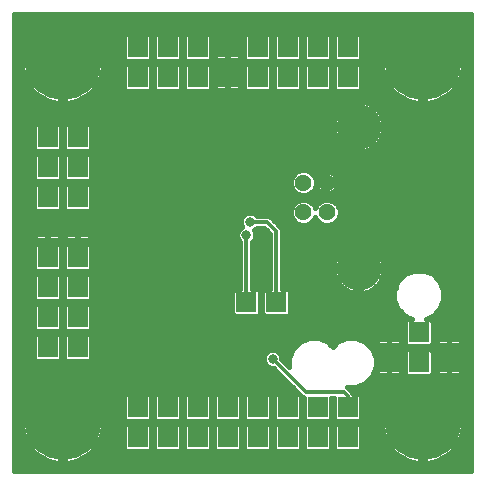
<source format=gbr>
G75*
G70*
%OFA0B0*%
%FSLAX24Y24*%
%IPPOS*%
%LPD*%
%AMOC8*
5,1,8,0,0,1.08239X$1,22.5*
%
%ADD10C,0.2540*%
%ADD11C,0.0562*%
%ADD12C,0.1500*%
%ADD13R,0.0650X0.0650*%
%ADD14C,0.0160*%
%ADD15C,0.0357*%
%ADD16C,0.0317*%
%ADD17C,0.0120*%
D10*
X002305Y004268D03*
X014305Y004268D03*
X014305Y016268D03*
X002305Y016268D03*
D11*
X010330Y012260D03*
X011117Y012260D03*
X011117Y011276D03*
X010330Y011276D03*
D12*
X012180Y009406D03*
X012180Y014131D03*
D13*
X011805Y015768D03*
X010805Y015768D03*
X009805Y015768D03*
X008805Y015768D03*
X007805Y015768D03*
X006805Y015768D03*
X005805Y015768D03*
X004805Y015768D03*
X004805Y016768D03*
X005805Y016768D03*
X006805Y016768D03*
X007805Y016768D03*
X008805Y016768D03*
X009805Y016768D03*
X010805Y016768D03*
X011805Y016768D03*
X009430Y008268D03*
X008430Y008268D03*
X008805Y004768D03*
X008805Y003768D03*
X009805Y003768D03*
X010805Y003768D03*
X010805Y004768D03*
X009805Y004768D03*
X007805Y004768D03*
X007805Y003768D03*
X006805Y003768D03*
X005805Y003768D03*
X005805Y004768D03*
X006805Y004768D03*
X004805Y004768D03*
X004805Y003768D03*
X002805Y006768D03*
X002805Y007768D03*
X001805Y007768D03*
X001805Y006768D03*
X001805Y008768D03*
X001805Y009768D03*
X001805Y010768D03*
X002805Y010768D03*
X002805Y009768D03*
X002805Y008768D03*
X002805Y011768D03*
X002805Y012768D03*
X001805Y012768D03*
X001805Y011768D03*
X001805Y013768D03*
X002805Y013768D03*
X011805Y004768D03*
X011805Y003768D03*
X013180Y006268D03*
X014180Y006268D03*
X015180Y006268D03*
X015180Y007268D03*
X014180Y007268D03*
X013180Y007268D03*
D14*
X000686Y002649D02*
X000686Y017888D01*
X015924Y017888D01*
X015924Y002649D01*
X000686Y002649D01*
X000686Y002744D02*
X015924Y002744D01*
X015924Y002902D02*
X000686Y002902D01*
X000686Y003061D02*
X001700Y003061D01*
X001727Y003046D02*
X001850Y002996D01*
X001977Y002957D01*
X002107Y002931D01*
X002225Y002920D01*
X002225Y004188D01*
X002385Y004188D01*
X002385Y002920D01*
X002503Y002931D01*
X002633Y002957D01*
X002760Y002996D01*
X002883Y003046D01*
X003000Y003109D01*
X003110Y003183D01*
X003213Y003267D01*
X003306Y003361D01*
X003391Y003463D01*
X003464Y003573D01*
X003527Y003690D01*
X003578Y003813D01*
X003616Y003940D01*
X003642Y004070D01*
X003654Y004188D01*
X002385Y004188D01*
X002385Y004348D01*
X003654Y004348D01*
X003642Y004467D01*
X003616Y004597D01*
X003578Y004724D01*
X003527Y004846D01*
X003464Y004963D01*
X003391Y005073D01*
X003306Y005176D01*
X003213Y005270D01*
X003110Y005354D01*
X003000Y005428D01*
X002883Y005490D01*
X002760Y005541D01*
X002633Y005579D01*
X002503Y005605D01*
X002385Y005617D01*
X002385Y004348D01*
X002225Y004348D01*
X002225Y004188D01*
X000956Y004188D01*
X000968Y004070D01*
X000994Y003940D01*
X001032Y003813D01*
X001083Y003690D01*
X001146Y003573D01*
X001219Y003463D01*
X001304Y003361D01*
X001397Y003267D01*
X001500Y003183D01*
X001610Y003109D01*
X001727Y003046D01*
X001455Y003219D02*
X000686Y003219D01*
X000686Y003378D02*
X001289Y003378D01*
X001170Y003536D02*
X000686Y003536D01*
X000686Y003695D02*
X001081Y003695D01*
X001020Y003853D02*
X000686Y003853D01*
X000686Y004012D02*
X000980Y004012D01*
X000958Y004170D02*
X000686Y004170D01*
X000686Y004329D02*
X002225Y004329D01*
X002225Y004348D02*
X000956Y004348D01*
X000968Y004467D01*
X000994Y004597D01*
X001032Y004724D01*
X001083Y004846D01*
X001146Y004963D01*
X001219Y005073D01*
X001304Y005176D01*
X001397Y005270D01*
X001500Y005354D01*
X001610Y005428D01*
X001727Y005490D01*
X001850Y005541D01*
X001977Y005579D01*
X002107Y005605D01*
X002225Y005617D01*
X002225Y004348D01*
X002225Y004487D02*
X002385Y004487D01*
X002385Y004329D02*
X004397Y004329D01*
X004422Y004303D02*
X005188Y004303D01*
X005270Y004385D01*
X005270Y005151D01*
X005188Y005233D01*
X004422Y005233D01*
X004340Y005151D01*
X004340Y004385D01*
X004422Y004303D01*
X004422Y004233D02*
X004340Y004151D01*
X004340Y003385D01*
X004422Y003303D01*
X005188Y003303D01*
X005270Y003385D01*
X005270Y004151D01*
X005188Y004233D01*
X004422Y004233D01*
X004359Y004170D02*
X003652Y004170D01*
X003630Y004012D02*
X004340Y004012D01*
X004340Y003853D02*
X003590Y003853D01*
X003529Y003695D02*
X004340Y003695D01*
X004340Y003536D02*
X003440Y003536D01*
X003321Y003378D02*
X004348Y003378D01*
X005262Y003378D02*
X005348Y003378D01*
X005340Y003385D02*
X005422Y003303D01*
X006188Y003303D01*
X006270Y003385D01*
X006270Y004151D01*
X006188Y004233D01*
X005422Y004233D01*
X005340Y004151D01*
X005340Y003385D01*
X005340Y003536D02*
X005270Y003536D01*
X005270Y003695D02*
X005340Y003695D01*
X005340Y003853D02*
X005270Y003853D01*
X005270Y004012D02*
X005340Y004012D01*
X005359Y004170D02*
X005251Y004170D01*
X005213Y004329D02*
X005397Y004329D01*
X005422Y004303D02*
X006188Y004303D01*
X006270Y004385D01*
X006270Y005151D01*
X006188Y005233D01*
X005422Y005233D01*
X005340Y005151D01*
X005340Y004385D01*
X005422Y004303D01*
X005340Y004487D02*
X005270Y004487D01*
X005270Y004646D02*
X005340Y004646D01*
X005340Y004804D02*
X005270Y004804D01*
X005270Y004963D02*
X005340Y004963D01*
X005340Y005121D02*
X005270Y005121D01*
X004340Y005121D02*
X003351Y005121D01*
X003465Y004963D02*
X004340Y004963D01*
X004340Y004804D02*
X003544Y004804D01*
X003601Y004646D02*
X004340Y004646D01*
X004340Y004487D02*
X003638Y004487D01*
X003200Y005280D02*
X010136Y005280D01*
X010182Y005233D02*
X009422Y005233D01*
X009340Y005151D01*
X009340Y004385D01*
X009422Y004303D01*
X010188Y004303D01*
X010270Y004385D01*
X010270Y005145D01*
X010340Y005075D01*
X010340Y004385D01*
X010422Y004303D01*
X011188Y004303D01*
X011270Y004385D01*
X011270Y005068D01*
X011340Y005068D01*
X011340Y004385D01*
X011422Y004303D01*
X012188Y004303D01*
X012270Y004385D01*
X012270Y005151D01*
X012188Y005233D01*
X011998Y005233D01*
X011888Y005343D01*
X011888Y005343D01*
X011774Y005457D01*
X012091Y005457D01*
X012390Y005580D01*
X012618Y005809D01*
X012741Y006107D01*
X012741Y006430D01*
X012618Y006728D01*
X012390Y006956D01*
X012091Y007080D01*
X011769Y007080D01*
X011470Y006956D01*
X011305Y006791D01*
X011140Y006956D01*
X010841Y007080D01*
X010519Y007080D01*
X010220Y006956D01*
X009992Y006728D01*
X009869Y006430D01*
X009869Y006113D01*
X009604Y006377D01*
X009604Y006453D01*
X009558Y006563D01*
X009474Y006647D01*
X009364Y006692D01*
X009246Y006692D01*
X009136Y006647D01*
X009052Y006563D01*
X009006Y006453D01*
X009006Y006334D01*
X009052Y006224D01*
X009136Y006140D01*
X009246Y006095D01*
X009321Y006095D01*
X010182Y005233D01*
X010270Y005121D02*
X010294Y005121D01*
X010270Y004963D02*
X010340Y004963D01*
X010340Y004804D02*
X010270Y004804D01*
X010270Y004646D02*
X010340Y004646D01*
X010340Y004487D02*
X010270Y004487D01*
X010213Y004329D02*
X010397Y004329D01*
X010422Y004233D02*
X010340Y004151D01*
X010340Y003385D01*
X010422Y003303D01*
X011188Y003303D01*
X011270Y003385D01*
X011270Y004151D01*
X011188Y004233D01*
X010422Y004233D01*
X010359Y004170D02*
X010251Y004170D01*
X010270Y004151D02*
X010188Y004233D01*
X009422Y004233D01*
X009340Y004151D01*
X009340Y003385D01*
X009422Y003303D01*
X010188Y003303D01*
X010270Y003385D01*
X010270Y004151D01*
X010270Y004012D02*
X010340Y004012D01*
X010340Y003853D02*
X010270Y003853D01*
X010270Y003695D02*
X010340Y003695D01*
X010340Y003536D02*
X010270Y003536D01*
X010262Y003378D02*
X010348Y003378D01*
X011262Y003378D02*
X011348Y003378D01*
X011340Y003385D02*
X011422Y003303D01*
X012188Y003303D01*
X012270Y003385D01*
X012270Y004151D01*
X012188Y004233D01*
X011422Y004233D01*
X011340Y004151D01*
X011340Y003385D01*
X011340Y003536D02*
X011270Y003536D01*
X011270Y003695D02*
X011340Y003695D01*
X011340Y003853D02*
X011270Y003853D01*
X011270Y004012D02*
X011340Y004012D01*
X011359Y004170D02*
X011251Y004170D01*
X011213Y004329D02*
X011397Y004329D01*
X011340Y004487D02*
X011270Y004487D01*
X011270Y004646D02*
X011340Y004646D01*
X011340Y004804D02*
X011270Y004804D01*
X011270Y004963D02*
X011340Y004963D01*
X011793Y005438D02*
X013630Y005438D01*
X013610Y005428D02*
X013500Y005354D01*
X013397Y005270D01*
X013304Y005176D01*
X013219Y005073D01*
X013146Y004963D01*
X013083Y004846D01*
X013032Y004724D01*
X012994Y004597D01*
X012968Y004467D01*
X012956Y004348D01*
X014225Y004348D01*
X014225Y004188D01*
X014385Y004188D01*
X014385Y002920D01*
X014503Y002931D01*
X014633Y002957D01*
X014760Y002996D01*
X014883Y003046D01*
X015000Y003109D01*
X015110Y003183D01*
X015213Y003267D01*
X015306Y003361D01*
X015391Y003463D01*
X015464Y003573D01*
X015527Y003690D01*
X015578Y003813D01*
X015616Y003940D01*
X015642Y004070D01*
X015654Y004188D01*
X014385Y004188D01*
X014385Y004348D01*
X015654Y004348D01*
X015642Y004467D01*
X015616Y004597D01*
X015578Y004724D01*
X015527Y004846D01*
X015464Y004963D01*
X015391Y005073D01*
X015306Y005176D01*
X015213Y005270D01*
X015110Y005354D01*
X015000Y005428D01*
X014883Y005490D01*
X014760Y005541D01*
X014633Y005579D01*
X014503Y005605D01*
X014385Y005617D01*
X014385Y004348D01*
X014225Y004348D01*
X014225Y005617D01*
X014107Y005605D01*
X013977Y005579D01*
X013850Y005541D01*
X013727Y005490D01*
X013610Y005428D01*
X013410Y005280D02*
X011951Y005280D01*
X012270Y005121D02*
X013259Y005121D01*
X013145Y004963D02*
X012270Y004963D01*
X012270Y004804D02*
X013066Y004804D01*
X013009Y004646D02*
X012270Y004646D01*
X012270Y004487D02*
X012972Y004487D01*
X012956Y004188D02*
X012968Y004070D01*
X012994Y003940D01*
X013032Y003813D01*
X013083Y003690D01*
X013146Y003573D01*
X013219Y003463D01*
X013304Y003361D01*
X013397Y003267D01*
X013500Y003183D01*
X013610Y003109D01*
X013727Y003046D01*
X013850Y002996D01*
X013977Y002957D01*
X014107Y002931D01*
X014225Y002920D01*
X014225Y004188D01*
X012956Y004188D01*
X012958Y004170D02*
X012251Y004170D01*
X012270Y004012D02*
X012980Y004012D01*
X013020Y003853D02*
X012270Y003853D01*
X012270Y003695D02*
X013081Y003695D01*
X013170Y003536D02*
X012270Y003536D01*
X012262Y003378D02*
X013289Y003378D01*
X013455Y003219D02*
X003155Y003219D01*
X002910Y003061D02*
X013700Y003061D01*
X014225Y003061D02*
X014385Y003061D01*
X014385Y003219D02*
X014225Y003219D01*
X014225Y003378D02*
X014385Y003378D01*
X014385Y003536D02*
X014225Y003536D01*
X014225Y003695D02*
X014385Y003695D01*
X014385Y003853D02*
X014225Y003853D01*
X014225Y004012D02*
X014385Y004012D01*
X014385Y004170D02*
X014225Y004170D01*
X014225Y004329D02*
X012213Y004329D01*
X012406Y005597D02*
X014064Y005597D01*
X014225Y005597D02*
X014385Y005597D01*
X014385Y005438D02*
X014225Y005438D01*
X014225Y005280D02*
X014385Y005280D01*
X014385Y005121D02*
X014225Y005121D01*
X014225Y004963D02*
X014385Y004963D01*
X014385Y004804D02*
X014225Y004804D01*
X014225Y004646D02*
X014385Y004646D01*
X014385Y004487D02*
X014225Y004487D01*
X014385Y004329D02*
X015924Y004329D01*
X015924Y004487D02*
X015638Y004487D01*
X015601Y004646D02*
X015924Y004646D01*
X015924Y004804D02*
X015544Y004804D01*
X015465Y004963D02*
X015924Y004963D01*
X015924Y005121D02*
X015351Y005121D01*
X015200Y005280D02*
X015924Y005280D01*
X015924Y005438D02*
X014980Y005438D01*
X014839Y005863D02*
X015172Y005863D01*
X015172Y006261D01*
X014775Y006261D01*
X014775Y005927D01*
X014787Y005898D01*
X014810Y005875D01*
X014839Y005863D01*
X014781Y005914D02*
X014645Y005914D01*
X014645Y005885D02*
X014645Y006651D01*
X014563Y006733D01*
X013797Y006733D01*
X013715Y006651D01*
X013715Y005885D01*
X013797Y005803D01*
X014563Y005803D01*
X014645Y005885D01*
X014645Y006072D02*
X014775Y006072D01*
X014775Y006231D02*
X014645Y006231D01*
X014775Y006276D02*
X015172Y006276D01*
X015172Y006261D01*
X015188Y006261D01*
X015188Y006276D01*
X015585Y006276D01*
X015585Y006609D01*
X015573Y006639D01*
X015550Y006661D01*
X015521Y006673D01*
X015188Y006673D01*
X015188Y006276D01*
X015172Y006276D01*
X015172Y006673D01*
X014839Y006673D01*
X014810Y006661D01*
X014787Y006639D01*
X014775Y006609D01*
X014775Y006276D01*
X014775Y006389D02*
X014645Y006389D01*
X014645Y006548D02*
X014775Y006548D01*
X014590Y006706D02*
X015924Y006706D01*
X015924Y006548D02*
X015585Y006548D01*
X015585Y006389D02*
X015924Y006389D01*
X015924Y006231D02*
X015585Y006231D01*
X015585Y006261D02*
X015188Y006261D01*
X015188Y005863D01*
X015521Y005863D01*
X015550Y005875D01*
X015573Y005898D01*
X015585Y005927D01*
X015585Y006261D01*
X015585Y006072D02*
X015924Y006072D01*
X015924Y005914D02*
X015579Y005914D01*
X015924Y005755D02*
X012565Y005755D01*
X012662Y005914D02*
X012781Y005914D01*
X012775Y005927D02*
X012787Y005898D01*
X012810Y005875D01*
X012839Y005863D01*
X013172Y005863D01*
X013172Y006261D01*
X012775Y006261D01*
X012775Y005927D01*
X012775Y006072D02*
X012727Y006072D01*
X012741Y006231D02*
X012775Y006231D01*
X012775Y006276D02*
X013172Y006276D01*
X013172Y006261D01*
X013188Y006261D01*
X013188Y006276D01*
X013585Y006276D01*
X013585Y006609D01*
X013573Y006639D01*
X013550Y006661D01*
X013521Y006673D01*
X013188Y006673D01*
X013188Y006276D01*
X013172Y006276D01*
X013172Y006673D01*
X012839Y006673D01*
X012810Y006661D01*
X012787Y006639D01*
X012775Y006609D01*
X012775Y006276D01*
X012775Y006389D02*
X012741Y006389D01*
X012775Y006548D02*
X012693Y006548D01*
X012627Y006706D02*
X013770Y006706D01*
X013797Y006803D02*
X014563Y006803D01*
X014645Y006885D01*
X014645Y007651D01*
X014563Y007733D01*
X014405Y007733D01*
X014640Y007830D01*
X014868Y008059D01*
X014991Y008357D01*
X014991Y008680D01*
X014868Y008978D01*
X014640Y009206D01*
X014341Y009330D01*
X014019Y009330D01*
X013720Y009206D01*
X013492Y008978D01*
X013369Y008680D01*
X013369Y008357D01*
X013492Y008059D01*
X013720Y007830D01*
X013955Y007733D01*
X013797Y007733D01*
X013715Y007651D01*
X013715Y006885D01*
X013797Y006803D01*
X013736Y006865D02*
X013525Y006865D01*
X013521Y006863D02*
X013550Y006875D01*
X013573Y006898D01*
X013585Y006927D01*
X013585Y007261D01*
X013188Y007261D01*
X013188Y007276D01*
X013585Y007276D01*
X013585Y007609D01*
X013573Y007639D01*
X013550Y007661D01*
X013521Y007673D01*
X013188Y007673D01*
X013188Y007276D01*
X013172Y007276D01*
X013172Y007261D01*
X012775Y007261D01*
X012775Y006927D01*
X012787Y006898D01*
X012810Y006875D01*
X012839Y006863D01*
X013172Y006863D01*
X013172Y007261D01*
X013188Y007261D01*
X013188Y006863D01*
X013521Y006863D01*
X013585Y007023D02*
X013715Y007023D01*
X013715Y007182D02*
X013585Y007182D01*
X013585Y007340D02*
X013715Y007340D01*
X013715Y007499D02*
X013585Y007499D01*
X013554Y007657D02*
X013721Y007657D01*
X013755Y007816D02*
X009825Y007816D01*
X009813Y007803D02*
X009895Y007885D01*
X009895Y008651D01*
X009813Y008733D01*
X009630Y008733D01*
X009630Y010726D01*
X009317Y011039D01*
X009200Y011156D01*
X008777Y011156D01*
X008724Y011209D01*
X008614Y011255D01*
X008496Y011255D01*
X008386Y011209D01*
X008302Y011125D01*
X008256Y011015D01*
X008256Y010896D01*
X008301Y010788D01*
X008261Y010772D01*
X008177Y010688D01*
X008131Y010578D01*
X008131Y010459D01*
X008177Y010349D01*
X008230Y010296D01*
X008230Y008733D01*
X008047Y008733D01*
X007965Y008651D01*
X007965Y007885D01*
X008047Y007803D01*
X008813Y007803D01*
X008895Y007885D01*
X008895Y008651D01*
X008813Y008733D01*
X008630Y008733D01*
X008630Y010296D01*
X008683Y010349D01*
X008729Y010459D01*
X008729Y010578D01*
X008684Y010686D01*
X008724Y010703D01*
X008777Y010756D01*
X009035Y010756D01*
X009230Y010560D01*
X009230Y008733D01*
X009047Y008733D01*
X008965Y008651D01*
X008965Y007885D01*
X009047Y007803D01*
X009813Y007803D01*
X009895Y007974D02*
X013576Y007974D01*
X013461Y008133D02*
X009895Y008133D01*
X009895Y008291D02*
X013396Y008291D01*
X013369Y008450D02*
X009895Y008450D01*
X009895Y008608D02*
X011950Y008608D01*
X011913Y008618D02*
X012018Y008590D01*
X012100Y008579D01*
X012100Y009326D01*
X012260Y009326D01*
X012260Y008579D01*
X012342Y008590D01*
X012447Y008618D01*
X012548Y008660D01*
X012642Y008715D01*
X012728Y008781D01*
X012805Y008858D01*
X012872Y008944D01*
X012926Y009038D01*
X012968Y009139D01*
X012996Y009244D01*
X013007Y009326D01*
X012260Y009326D01*
X012260Y009486D01*
X013007Y009486D01*
X012996Y009568D01*
X012968Y009673D01*
X012926Y009774D01*
X012872Y009868D01*
X012805Y009955D01*
X012728Y010031D01*
X012642Y010098D01*
X012548Y010152D01*
X012447Y010194D01*
X012342Y010222D01*
X012260Y010233D01*
X012260Y009486D01*
X012100Y009486D01*
X012100Y009326D01*
X011353Y009326D01*
X011364Y009244D01*
X011392Y009139D01*
X011434Y009038D01*
X011488Y008944D01*
X011555Y008858D01*
X011632Y008781D01*
X011718Y008715D01*
X011812Y008660D01*
X011913Y008618D01*
X012100Y008608D02*
X012260Y008608D01*
X012409Y008608D02*
X013369Y008608D01*
X013405Y008767D02*
X012710Y008767D01*
X012857Y008925D02*
X013470Y008925D01*
X013598Y009084D02*
X012945Y009084D01*
X012995Y009242D02*
X013807Y009242D01*
X014553Y009242D02*
X015924Y009242D01*
X015924Y009084D02*
X014762Y009084D01*
X014890Y008925D02*
X015924Y008925D01*
X015924Y008767D02*
X014955Y008767D01*
X014991Y008608D02*
X015924Y008608D01*
X015924Y008450D02*
X014991Y008450D01*
X014964Y008291D02*
X015924Y008291D01*
X015924Y008133D02*
X014899Y008133D01*
X014784Y007974D02*
X015924Y007974D01*
X015924Y007816D02*
X014605Y007816D01*
X014639Y007657D02*
X014806Y007657D01*
X014810Y007661D02*
X014787Y007639D01*
X014775Y007609D01*
X014775Y007276D01*
X015172Y007276D01*
X015172Y007261D01*
X014775Y007261D01*
X014775Y006927D01*
X014787Y006898D01*
X014810Y006875D01*
X014839Y006863D01*
X015172Y006863D01*
X015172Y007261D01*
X015188Y007261D01*
X015188Y007276D01*
X015585Y007276D01*
X015585Y007609D01*
X015573Y007639D01*
X015550Y007661D01*
X015521Y007673D01*
X015188Y007673D01*
X015188Y007276D01*
X015172Y007276D01*
X015172Y007673D01*
X014839Y007673D01*
X014810Y007661D01*
X014775Y007499D02*
X014645Y007499D01*
X014645Y007340D02*
X014775Y007340D01*
X014775Y007182D02*
X014645Y007182D01*
X014645Y007023D02*
X014775Y007023D01*
X014835Y006865D02*
X014624Y006865D01*
X015172Y006865D02*
X015188Y006865D01*
X015188Y006863D02*
X015521Y006863D01*
X015550Y006875D01*
X015573Y006898D01*
X015585Y006927D01*
X015585Y007261D01*
X015188Y007261D01*
X015188Y006863D01*
X015172Y007023D02*
X015188Y007023D01*
X015172Y007182D02*
X015188Y007182D01*
X015172Y007340D02*
X015188Y007340D01*
X015172Y007499D02*
X015188Y007499D01*
X015172Y007657D02*
X015188Y007657D01*
X015554Y007657D02*
X015924Y007657D01*
X015924Y007499D02*
X015585Y007499D01*
X015585Y007340D02*
X015924Y007340D01*
X015924Y007182D02*
X015585Y007182D01*
X015585Y007023D02*
X015924Y007023D01*
X015924Y006865D02*
X015525Y006865D01*
X015188Y006548D02*
X015172Y006548D01*
X015172Y006389D02*
X015188Y006389D01*
X015172Y006231D02*
X015188Y006231D01*
X015172Y006072D02*
X015188Y006072D01*
X015172Y005914D02*
X015188Y005914D01*
X014546Y005597D02*
X015924Y005597D01*
X015924Y004170D02*
X015652Y004170D01*
X015630Y004012D02*
X015924Y004012D01*
X015924Y003853D02*
X015590Y003853D01*
X015529Y003695D02*
X015924Y003695D01*
X015924Y003536D02*
X015440Y003536D01*
X015321Y003378D02*
X015924Y003378D01*
X015924Y003219D02*
X015155Y003219D01*
X014910Y003061D02*
X015924Y003061D01*
X013715Y005914D02*
X013579Y005914D01*
X013585Y005927D02*
X013585Y006261D01*
X013188Y006261D01*
X013188Y005863D01*
X013521Y005863D01*
X013550Y005875D01*
X013573Y005898D01*
X013585Y005927D01*
X013585Y006072D02*
X013715Y006072D01*
X013715Y006231D02*
X013585Y006231D01*
X013585Y006389D02*
X013715Y006389D01*
X013715Y006548D02*
X013585Y006548D01*
X013188Y006548D02*
X013172Y006548D01*
X013172Y006389D02*
X013188Y006389D01*
X013172Y006231D02*
X013188Y006231D01*
X013172Y006072D02*
X013188Y006072D01*
X013172Y005914D02*
X013188Y005914D01*
X013172Y006865D02*
X013188Y006865D01*
X013172Y007023D02*
X013188Y007023D01*
X013172Y007182D02*
X013188Y007182D01*
X013172Y007276D02*
X012775Y007276D01*
X012775Y007609D01*
X012787Y007639D01*
X012810Y007661D01*
X012839Y007673D01*
X013172Y007673D01*
X013172Y007276D01*
X013172Y007340D02*
X013188Y007340D01*
X013172Y007499D02*
X013188Y007499D01*
X013172Y007657D02*
X013188Y007657D01*
X012806Y007657D02*
X003270Y007657D01*
X003270Y007499D02*
X012775Y007499D01*
X012775Y007340D02*
X003225Y007340D01*
X003188Y007303D02*
X003270Y007385D01*
X003270Y008151D01*
X003188Y008233D01*
X002422Y008233D01*
X002340Y008151D01*
X002340Y007385D01*
X002422Y007303D01*
X003188Y007303D01*
X003188Y007233D02*
X002422Y007233D01*
X002340Y007151D01*
X002340Y006385D01*
X002422Y006303D01*
X003188Y006303D01*
X003270Y006385D01*
X003270Y007151D01*
X003188Y007233D01*
X003239Y007182D02*
X012775Y007182D01*
X012775Y007023D02*
X012228Y007023D01*
X012481Y006865D02*
X012835Y006865D01*
X011632Y007023D02*
X010978Y007023D01*
X011231Y006865D02*
X011379Y006865D01*
X010382Y007023D02*
X003270Y007023D01*
X003270Y006865D02*
X010129Y006865D01*
X009983Y006706D02*
X003270Y006706D01*
X003270Y006548D02*
X009046Y006548D01*
X009006Y006389D02*
X003270Y006389D01*
X002546Y005597D02*
X009819Y005597D01*
X009977Y005438D02*
X002980Y005438D01*
X002385Y005438D02*
X002225Y005438D01*
X002225Y005280D02*
X002385Y005280D01*
X002385Y005121D02*
X002225Y005121D01*
X002225Y004963D02*
X002385Y004963D01*
X002385Y004804D02*
X002225Y004804D01*
X002225Y004646D02*
X002385Y004646D01*
X002385Y004170D02*
X002225Y004170D01*
X002225Y004012D02*
X002385Y004012D01*
X002385Y003853D02*
X002225Y003853D01*
X002225Y003695D02*
X002385Y003695D01*
X002385Y003536D02*
X002225Y003536D01*
X002225Y003378D02*
X002385Y003378D01*
X002385Y003219D02*
X002225Y003219D01*
X002225Y003061D02*
X002385Y003061D01*
X000972Y004487D02*
X000686Y004487D01*
X000686Y004646D02*
X001009Y004646D01*
X001066Y004804D02*
X000686Y004804D01*
X000686Y004963D02*
X001145Y004963D01*
X001259Y005121D02*
X000686Y005121D01*
X000686Y005280D02*
X001410Y005280D01*
X001630Y005438D02*
X000686Y005438D01*
X000686Y005597D02*
X002064Y005597D01*
X002225Y005597D02*
X002385Y005597D01*
X002188Y006303D02*
X002270Y006385D01*
X002270Y007151D01*
X002188Y007233D01*
X001422Y007233D01*
X001340Y007151D01*
X001340Y006385D01*
X001422Y006303D01*
X002188Y006303D01*
X002270Y006389D02*
X002340Y006389D01*
X002340Y006548D02*
X002270Y006548D01*
X002270Y006706D02*
X002340Y006706D01*
X002340Y006865D02*
X002270Y006865D01*
X002270Y007023D02*
X002340Y007023D01*
X002371Y007182D02*
X002239Y007182D01*
X002188Y007303D02*
X002270Y007385D01*
X002270Y008151D01*
X002188Y008233D01*
X001422Y008233D01*
X001340Y008151D01*
X001340Y007385D01*
X001422Y007303D01*
X002188Y007303D01*
X002225Y007340D02*
X002385Y007340D01*
X002340Y007499D02*
X002270Y007499D01*
X002270Y007657D02*
X002340Y007657D01*
X002340Y007816D02*
X002270Y007816D01*
X002270Y007974D02*
X002340Y007974D01*
X002340Y008133D02*
X002270Y008133D01*
X002188Y008303D02*
X002270Y008385D01*
X002270Y009151D01*
X002188Y009233D01*
X001422Y009233D01*
X001340Y009151D01*
X001340Y008385D01*
X001422Y008303D01*
X002188Y008303D01*
X002270Y008450D02*
X002340Y008450D01*
X002340Y008385D02*
X002422Y008303D01*
X003188Y008303D01*
X003270Y008385D01*
X003270Y009151D01*
X003188Y009233D01*
X002422Y009233D01*
X002340Y009151D01*
X002340Y008385D01*
X002340Y008608D02*
X002270Y008608D01*
X002270Y008767D02*
X002340Y008767D01*
X002340Y008925D02*
X002270Y008925D01*
X002270Y009084D02*
X002340Y009084D01*
X002422Y009303D02*
X002340Y009385D01*
X002340Y010151D01*
X002422Y010233D01*
X003188Y010233D01*
X003270Y010151D01*
X003270Y009385D01*
X003188Y009303D01*
X002422Y009303D01*
X002340Y009401D02*
X002270Y009401D01*
X002270Y009385D02*
X002270Y010151D01*
X002188Y010233D01*
X001422Y010233D01*
X001340Y010151D01*
X001340Y009385D01*
X001422Y009303D01*
X002188Y009303D01*
X002270Y009385D01*
X002270Y009559D02*
X002340Y009559D01*
X002340Y009718D02*
X002270Y009718D01*
X002270Y009876D02*
X002340Y009876D01*
X002340Y010035D02*
X002270Y010035D01*
X002228Y010193D02*
X002382Y010193D01*
X002464Y010363D02*
X002797Y010363D01*
X002797Y010761D01*
X002400Y010761D01*
X002400Y010427D01*
X002412Y010398D01*
X002435Y010375D01*
X002464Y010363D01*
X002400Y010510D02*
X002210Y010510D01*
X002210Y010427D02*
X002210Y010761D01*
X001813Y010761D01*
X001813Y010776D01*
X002210Y010776D01*
X002210Y011109D01*
X002198Y011139D01*
X002175Y011161D01*
X002146Y011173D01*
X001813Y011173D01*
X001813Y010776D01*
X001797Y010776D01*
X001797Y010761D01*
X001400Y010761D01*
X001400Y010427D01*
X001412Y010398D01*
X001435Y010375D01*
X001464Y010363D01*
X001797Y010363D01*
X001797Y010761D01*
X001813Y010761D01*
X001813Y010363D01*
X002146Y010363D01*
X002175Y010375D01*
X002198Y010398D01*
X002210Y010427D01*
X002210Y010669D02*
X002400Y010669D01*
X002400Y010776D02*
X002797Y010776D01*
X002797Y010761D01*
X002813Y010761D01*
X002813Y010776D01*
X003210Y010776D01*
X003210Y011109D01*
X003198Y011139D01*
X003175Y011161D01*
X003146Y011173D01*
X002813Y011173D01*
X002813Y010776D01*
X002797Y010776D01*
X002797Y011173D01*
X002464Y011173D01*
X002435Y011161D01*
X002412Y011139D01*
X002400Y011109D01*
X002400Y010776D01*
X002400Y010827D02*
X002210Y010827D01*
X002210Y010986D02*
X002400Y010986D01*
X002418Y011144D02*
X002192Y011144D01*
X002188Y011303D02*
X002270Y011385D01*
X002270Y012151D01*
X002188Y012233D01*
X001422Y012233D01*
X001340Y012151D01*
X001340Y011385D01*
X001422Y011303D01*
X002188Y011303D01*
X002340Y011385D02*
X002422Y011303D01*
X003188Y011303D01*
X003270Y011385D01*
X003270Y012151D01*
X003188Y012233D01*
X002422Y012233D01*
X002340Y012151D01*
X002340Y011385D01*
X002340Y011461D02*
X002270Y011461D01*
X002270Y011620D02*
X002340Y011620D01*
X002340Y011778D02*
X002270Y011778D01*
X002270Y011937D02*
X002340Y011937D01*
X002340Y012095D02*
X002270Y012095D01*
X002188Y012303D02*
X002270Y012385D01*
X002270Y013151D01*
X002188Y013233D01*
X001422Y013233D01*
X001340Y013151D01*
X001340Y012385D01*
X001422Y012303D01*
X002188Y012303D01*
X002270Y012412D02*
X002340Y012412D01*
X002340Y012385D02*
X002422Y012303D01*
X003188Y012303D01*
X003270Y012385D01*
X003270Y013151D01*
X003188Y013233D01*
X002422Y013233D01*
X002340Y013151D01*
X002340Y012385D01*
X002340Y012571D02*
X002270Y012571D01*
X002270Y012729D02*
X002340Y012729D01*
X002340Y012888D02*
X002270Y012888D01*
X002270Y013046D02*
X002340Y013046D01*
X002394Y013205D02*
X002216Y013205D01*
X002188Y013303D02*
X002270Y013385D01*
X002270Y014151D01*
X002188Y014233D01*
X001422Y014233D01*
X001340Y014151D01*
X001340Y013385D01*
X001422Y013303D01*
X002188Y013303D01*
X002248Y013363D02*
X002362Y013363D01*
X002340Y013385D02*
X002422Y013303D01*
X003188Y013303D01*
X003270Y013385D01*
X003270Y014151D01*
X003188Y014233D01*
X002422Y014233D01*
X002340Y014151D01*
X002340Y013385D01*
X002340Y013522D02*
X002270Y013522D01*
X002270Y013680D02*
X002340Y013680D01*
X002340Y013839D02*
X002270Y013839D01*
X002270Y013997D02*
X002340Y013997D01*
X002345Y014156D02*
X002265Y014156D01*
X002225Y014920D02*
X002225Y016188D01*
X002385Y016188D01*
X002385Y014920D01*
X002503Y014931D01*
X002633Y014957D01*
X002760Y014996D01*
X002883Y015046D01*
X003000Y015109D01*
X003110Y015183D01*
X003213Y015267D01*
X003306Y015361D01*
X003391Y015463D01*
X003464Y015573D01*
X003527Y015690D01*
X003578Y015813D01*
X003616Y015940D01*
X003642Y016070D01*
X003654Y016188D01*
X002385Y016188D01*
X002385Y016348D01*
X003654Y016348D01*
X003642Y016467D01*
X003616Y016597D01*
X003578Y016724D01*
X003527Y016846D01*
X003464Y016963D01*
X003391Y017073D01*
X003306Y017176D01*
X003213Y017270D01*
X003110Y017354D01*
X003000Y017428D01*
X002883Y017490D01*
X002760Y017541D01*
X002633Y017579D01*
X002503Y017605D01*
X002385Y017617D01*
X002385Y016348D01*
X002225Y016348D01*
X002225Y016188D01*
X000956Y016188D01*
X000968Y016070D01*
X000994Y015940D01*
X001032Y015813D01*
X001083Y015690D01*
X001146Y015573D01*
X001219Y015463D01*
X001304Y015361D01*
X001397Y015267D01*
X001500Y015183D01*
X001610Y015109D01*
X001727Y015046D01*
X001850Y014996D01*
X001977Y014957D01*
X002107Y014931D01*
X002225Y014920D01*
X002225Y014948D02*
X002385Y014948D01*
X002385Y015107D02*
X002225Y015107D01*
X002225Y015265D02*
X002385Y015265D01*
X002385Y015424D02*
X002225Y015424D01*
X002225Y015582D02*
X002385Y015582D01*
X002385Y015741D02*
X002225Y015741D01*
X002225Y015899D02*
X002385Y015899D01*
X002385Y016058D02*
X002225Y016058D01*
X002225Y016216D02*
X000686Y016216D01*
X000686Y016058D02*
X000970Y016058D01*
X001006Y015899D02*
X000686Y015899D01*
X000686Y015741D02*
X001062Y015741D01*
X001141Y015582D02*
X000686Y015582D01*
X000686Y015424D02*
X001252Y015424D01*
X001399Y015265D02*
X000686Y015265D01*
X000686Y015107D02*
X001614Y015107D01*
X002021Y014948D02*
X000686Y014948D01*
X000686Y014790D02*
X011676Y014790D01*
X011718Y014822D02*
X011632Y014756D01*
X011555Y014679D01*
X011488Y014593D01*
X011434Y014498D01*
X011392Y014398D01*
X011364Y014293D01*
X011353Y014211D01*
X012100Y014211D01*
X012100Y014957D01*
X012018Y014946D01*
X011913Y014918D01*
X011812Y014877D01*
X011718Y014822D01*
X011518Y014631D02*
X000686Y014631D01*
X000686Y014473D02*
X011423Y014473D01*
X011370Y014314D02*
X000686Y014314D01*
X000686Y014156D02*
X001345Y014156D01*
X001340Y013997D02*
X000686Y013997D01*
X000686Y013839D02*
X001340Y013839D01*
X001340Y013680D02*
X000686Y013680D01*
X000686Y013522D02*
X001340Y013522D01*
X001362Y013363D02*
X000686Y013363D01*
X000686Y013205D02*
X001394Y013205D01*
X001340Y013046D02*
X000686Y013046D01*
X000686Y012888D02*
X001340Y012888D01*
X001340Y012729D02*
X000686Y012729D01*
X000686Y012571D02*
X001340Y012571D01*
X001340Y012412D02*
X000686Y012412D01*
X000686Y012254D02*
X009909Y012254D01*
X009909Y012177D02*
X009973Y012022D01*
X010091Y011903D01*
X010246Y011839D01*
X010413Y011839D01*
X010568Y011903D01*
X010687Y012022D01*
X010751Y012177D01*
X010751Y012344D01*
X010687Y012499D01*
X010568Y012617D01*
X010413Y012682D01*
X010246Y012682D01*
X010091Y012617D01*
X009973Y012499D01*
X009909Y012344D01*
X009909Y012177D01*
X009942Y012095D02*
X003270Y012095D01*
X003270Y011937D02*
X010058Y011937D01*
X010246Y011697D02*
X010091Y011633D01*
X009973Y011515D01*
X009909Y011360D01*
X009909Y011192D01*
X009973Y011038D01*
X010091Y010919D01*
X010246Y010855D01*
X010413Y010855D01*
X010568Y010919D01*
X010687Y011038D01*
X010723Y011126D01*
X010760Y011038D01*
X010878Y010919D01*
X011033Y010855D01*
X011201Y010855D01*
X011356Y010919D01*
X011474Y011038D01*
X011538Y011192D01*
X011538Y011360D01*
X011474Y011515D01*
X011356Y011633D01*
X011201Y011697D01*
X011033Y011697D01*
X010878Y011633D01*
X010760Y011515D01*
X010723Y011426D01*
X010687Y011515D01*
X010568Y011633D01*
X010413Y011697D01*
X010246Y011697D01*
X010078Y011620D02*
X003270Y011620D01*
X003270Y011778D02*
X015924Y011778D01*
X015924Y011620D02*
X011369Y011620D01*
X011496Y011461D02*
X015924Y011461D01*
X015924Y011303D02*
X011538Y011303D01*
X011518Y011144D02*
X015924Y011144D01*
X015924Y010986D02*
X011422Y010986D01*
X010865Y011620D02*
X010581Y011620D01*
X010709Y011461D02*
X010738Y011461D01*
X010812Y010986D02*
X010635Y010986D01*
X010024Y010986D02*
X009370Y010986D01*
X009212Y011144D02*
X009928Y011144D01*
X009909Y011303D02*
X000686Y011303D01*
X000686Y011461D02*
X001340Y011461D01*
X001340Y011620D02*
X000686Y011620D01*
X000686Y011778D02*
X001340Y011778D01*
X001340Y011937D02*
X000686Y011937D01*
X000686Y012095D02*
X001340Y012095D01*
X001464Y011173D02*
X001435Y011161D01*
X001412Y011139D01*
X001400Y011109D01*
X001400Y010776D01*
X001797Y010776D01*
X001797Y011173D01*
X001464Y011173D01*
X001418Y011144D02*
X000686Y011144D01*
X000686Y010986D02*
X001400Y010986D01*
X001400Y010827D02*
X000686Y010827D01*
X000686Y010669D02*
X001400Y010669D01*
X001400Y010510D02*
X000686Y010510D01*
X000686Y010352D02*
X008176Y010352D01*
X008131Y010510D02*
X003210Y010510D01*
X003210Y010427D02*
X003210Y010761D01*
X002813Y010761D01*
X002813Y010363D01*
X003146Y010363D01*
X003175Y010375D01*
X003198Y010398D01*
X003210Y010427D01*
X003210Y010669D02*
X008169Y010669D01*
X008285Y010827D02*
X003210Y010827D01*
X003210Y010986D02*
X008256Y010986D01*
X008321Y011144D02*
X003192Y011144D01*
X003270Y011461D02*
X009950Y011461D01*
X009529Y010827D02*
X015924Y010827D01*
X015924Y010669D02*
X009630Y010669D01*
X009630Y010510D02*
X015924Y010510D01*
X015924Y010352D02*
X009630Y010352D01*
X009630Y010193D02*
X011912Y010193D01*
X011913Y010194D02*
X011812Y010152D01*
X011718Y010098D01*
X011632Y010031D01*
X011555Y009955D01*
X011488Y009868D01*
X011434Y009774D01*
X011392Y009673D01*
X011364Y009568D01*
X011353Y009486D01*
X012100Y009486D01*
X012100Y010233D01*
X012018Y010222D01*
X011913Y010194D01*
X012100Y010193D02*
X012260Y010193D01*
X012260Y010035D02*
X012100Y010035D01*
X012100Y009876D02*
X012260Y009876D01*
X012260Y009718D02*
X012100Y009718D01*
X012100Y009559D02*
X012260Y009559D01*
X012260Y009401D02*
X015924Y009401D01*
X015924Y009559D02*
X012997Y009559D01*
X012949Y009718D02*
X015924Y009718D01*
X015924Y009876D02*
X012865Y009876D01*
X012724Y010035D02*
X015924Y010035D01*
X015924Y010193D02*
X012448Y010193D01*
X011636Y010035D02*
X009630Y010035D01*
X009630Y009876D02*
X011495Y009876D01*
X011411Y009718D02*
X009630Y009718D01*
X009630Y009559D02*
X011363Y009559D01*
X011365Y009242D02*
X009630Y009242D01*
X009630Y009084D02*
X011415Y009084D01*
X011503Y008925D02*
X009630Y008925D01*
X009630Y008767D02*
X011650Y008767D01*
X012100Y008767D02*
X012260Y008767D01*
X012260Y008925D02*
X012100Y008925D01*
X012100Y009084D02*
X012260Y009084D01*
X012260Y009242D02*
X012100Y009242D01*
X012100Y009401D02*
X009630Y009401D01*
X009230Y009401D02*
X008630Y009401D01*
X008630Y009559D02*
X009230Y009559D01*
X009230Y009718D02*
X008630Y009718D01*
X008630Y009876D02*
X009230Y009876D01*
X009230Y010035D02*
X008630Y010035D01*
X008630Y010193D02*
X009230Y010193D01*
X009230Y010352D02*
X008684Y010352D01*
X008729Y010510D02*
X009230Y010510D01*
X009122Y010669D02*
X008691Y010669D01*
X008230Y010193D02*
X003228Y010193D01*
X003270Y010035D02*
X008230Y010035D01*
X008230Y009876D02*
X003270Y009876D01*
X003270Y009718D02*
X008230Y009718D01*
X008230Y009559D02*
X003270Y009559D01*
X003270Y009401D02*
X008230Y009401D01*
X008230Y009242D02*
X000686Y009242D01*
X000686Y009084D02*
X001340Y009084D01*
X001340Y008925D02*
X000686Y008925D01*
X000686Y008767D02*
X001340Y008767D01*
X001340Y008608D02*
X000686Y008608D01*
X000686Y008450D02*
X001340Y008450D01*
X001340Y008133D02*
X000686Y008133D01*
X000686Y008291D02*
X007965Y008291D01*
X007965Y008133D02*
X003270Y008133D01*
X003270Y007974D02*
X007965Y007974D01*
X008035Y007816D02*
X003270Y007816D01*
X003270Y008450D02*
X007965Y008450D01*
X007965Y008608D02*
X003270Y008608D01*
X003270Y008767D02*
X008230Y008767D01*
X008230Y008925D02*
X003270Y008925D01*
X003270Y009084D02*
X008230Y009084D01*
X008630Y009084D02*
X009230Y009084D01*
X009230Y009242D02*
X008630Y009242D01*
X008630Y008925D02*
X009230Y008925D01*
X009230Y008767D02*
X008630Y008767D01*
X008895Y008608D02*
X008965Y008608D01*
X008965Y008450D02*
X008895Y008450D01*
X008895Y008291D02*
X008965Y008291D01*
X008965Y008133D02*
X008895Y008133D01*
X008895Y007974D02*
X008965Y007974D01*
X009035Y007816D02*
X008825Y007816D01*
X009564Y006548D02*
X009917Y006548D01*
X009869Y006389D02*
X009604Y006389D01*
X009750Y006231D02*
X009869Y006231D01*
X009502Y005914D02*
X000686Y005914D01*
X000686Y006072D02*
X009343Y006072D01*
X009049Y006231D02*
X000686Y006231D01*
X000686Y006389D02*
X001340Y006389D01*
X001340Y006548D02*
X000686Y006548D01*
X000686Y006706D02*
X001340Y006706D01*
X001340Y006865D02*
X000686Y006865D01*
X000686Y007023D02*
X001340Y007023D01*
X001371Y007182D02*
X000686Y007182D01*
X000686Y007340D02*
X001385Y007340D01*
X001340Y007499D02*
X000686Y007499D01*
X000686Y007657D02*
X001340Y007657D01*
X001340Y007816D02*
X000686Y007816D01*
X000686Y007974D02*
X001340Y007974D01*
X001340Y009401D02*
X000686Y009401D01*
X000686Y009559D02*
X001340Y009559D01*
X001340Y009718D02*
X000686Y009718D01*
X000686Y009876D02*
X001340Y009876D01*
X001340Y010035D02*
X000686Y010035D01*
X000686Y010193D02*
X001382Y010193D01*
X001797Y010510D02*
X001813Y010510D01*
X001797Y010669D02*
X001813Y010669D01*
X001797Y010827D02*
X001813Y010827D01*
X001797Y010986D02*
X001813Y010986D01*
X001797Y011144D02*
X001813Y011144D01*
X002797Y011144D02*
X002813Y011144D01*
X002797Y010986D02*
X002813Y010986D01*
X002797Y010827D02*
X002813Y010827D01*
X002797Y010669D02*
X002813Y010669D01*
X002797Y010510D02*
X002813Y010510D01*
X003270Y012412D02*
X009937Y012412D01*
X010044Y012571D02*
X003270Y012571D01*
X003270Y012729D02*
X015924Y012729D01*
X015924Y012571D02*
X011302Y012571D01*
X011288Y012580D02*
X011222Y012608D01*
X011153Y012622D01*
X011128Y012622D01*
X011128Y012271D01*
X011478Y012271D01*
X011478Y012296D01*
X011464Y012366D01*
X011437Y012431D01*
X011397Y012491D01*
X011347Y012541D01*
X011288Y012580D01*
X011128Y012571D02*
X011106Y012571D01*
X011106Y012622D02*
X011081Y012622D01*
X011012Y012608D01*
X010946Y012580D01*
X010887Y012541D01*
X010837Y012491D01*
X010797Y012431D01*
X010770Y012366D01*
X010756Y012296D01*
X010756Y012271D01*
X011106Y012271D01*
X011106Y012250D01*
X010756Y012250D01*
X010756Y012225D01*
X010770Y012155D01*
X010797Y012089D01*
X010837Y012030D01*
X010887Y011980D01*
X010946Y011940D01*
X011012Y011913D01*
X011081Y011899D01*
X011106Y011899D01*
X011106Y012250D01*
X011128Y012250D01*
X011128Y012271D01*
X011106Y012271D01*
X011106Y012622D01*
X010932Y012571D02*
X010615Y012571D01*
X010722Y012412D02*
X010789Y012412D01*
X010751Y012254D02*
X011106Y012254D01*
X011128Y012254D02*
X015924Y012254D01*
X015924Y012412D02*
X011445Y012412D01*
X011478Y012250D02*
X011128Y012250D01*
X011128Y011899D01*
X011153Y011899D01*
X011222Y011913D01*
X011288Y011940D01*
X011347Y011980D01*
X011397Y012030D01*
X011437Y012089D01*
X011464Y012155D01*
X011478Y012225D01*
X011478Y012250D01*
X011439Y012095D02*
X015924Y012095D01*
X015924Y011937D02*
X011279Y011937D01*
X011128Y011937D02*
X011106Y011937D01*
X010955Y011937D02*
X010602Y011937D01*
X010717Y012095D02*
X010795Y012095D01*
X011106Y012095D02*
X011128Y012095D01*
X011106Y012412D02*
X011128Y012412D01*
X011812Y013385D02*
X011913Y013343D01*
X012018Y013315D01*
X012100Y013304D01*
X012100Y014051D01*
X011353Y014051D01*
X011364Y013968D01*
X011392Y013863D01*
X011434Y013763D01*
X011488Y013668D01*
X011555Y013582D01*
X011632Y013505D01*
X011718Y013439D01*
X011812Y013385D01*
X011863Y013363D02*
X003248Y013363D01*
X003270Y013522D02*
X011615Y013522D01*
X011482Y013680D02*
X003270Y013680D01*
X003270Y013839D02*
X011402Y013839D01*
X011360Y013997D02*
X003270Y013997D01*
X003265Y014156D02*
X012100Y014156D01*
X012100Y014211D02*
X012100Y014051D01*
X012260Y014051D01*
X012260Y014211D01*
X012100Y014211D01*
X012100Y014314D02*
X012260Y014314D01*
X012260Y014211D02*
X012260Y014957D01*
X012342Y014946D01*
X012447Y014918D01*
X012548Y014877D01*
X012642Y014822D01*
X012728Y014756D01*
X012805Y014679D01*
X012872Y014593D01*
X012926Y014498D01*
X012968Y014398D01*
X012996Y014293D01*
X013007Y014211D01*
X012260Y014211D01*
X012260Y014156D02*
X015924Y014156D01*
X015924Y014314D02*
X012990Y014314D01*
X012937Y014473D02*
X015924Y014473D01*
X015924Y014631D02*
X012842Y014631D01*
X012684Y014790D02*
X015924Y014790D01*
X015924Y014948D02*
X014589Y014948D01*
X014633Y014957D02*
X014760Y014996D01*
X014883Y015046D01*
X015000Y015109D01*
X015110Y015183D01*
X015213Y015267D01*
X015306Y015361D01*
X015391Y015463D01*
X015464Y015573D01*
X015527Y015690D01*
X015578Y015813D01*
X015616Y015940D01*
X015642Y016070D01*
X015654Y016188D01*
X014385Y016188D01*
X014385Y014920D01*
X014503Y014931D01*
X014633Y014957D01*
X014385Y014948D02*
X014225Y014948D01*
X014225Y014920D02*
X014225Y016188D01*
X014385Y016188D01*
X014385Y016348D01*
X015654Y016348D01*
X015642Y016467D01*
X015616Y016597D01*
X015578Y016724D01*
X015527Y016846D01*
X015464Y016963D01*
X015391Y017073D01*
X015306Y017176D01*
X015213Y017270D01*
X015110Y017354D01*
X015000Y017428D01*
X014883Y017490D01*
X014760Y017541D01*
X014633Y017579D01*
X014503Y017605D01*
X014385Y017617D01*
X014385Y016348D01*
X014225Y016348D01*
X014225Y016188D01*
X012956Y016188D01*
X012968Y016070D01*
X012994Y015940D01*
X013032Y015813D01*
X013083Y015690D01*
X013146Y015573D01*
X013219Y015463D01*
X013304Y015361D01*
X013397Y015267D01*
X013500Y015183D01*
X013610Y015109D01*
X013727Y015046D01*
X013850Y014996D01*
X013977Y014957D01*
X014107Y014931D01*
X014225Y014920D01*
X014225Y015107D02*
X014385Y015107D01*
X014385Y015265D02*
X014225Y015265D01*
X014225Y015424D02*
X014385Y015424D01*
X014385Y015582D02*
X014225Y015582D01*
X014225Y015741D02*
X014385Y015741D01*
X014385Y015899D02*
X014225Y015899D01*
X014225Y016058D02*
X014385Y016058D01*
X014385Y016216D02*
X015924Y016216D01*
X015924Y016058D02*
X015640Y016058D01*
X015604Y015899D02*
X015924Y015899D01*
X015924Y015741D02*
X015548Y015741D01*
X015469Y015582D02*
X015924Y015582D01*
X015924Y015424D02*
X015358Y015424D01*
X015211Y015265D02*
X015924Y015265D01*
X015924Y015107D02*
X014996Y015107D01*
X014021Y014948D02*
X012327Y014948D01*
X012260Y014948D02*
X012100Y014948D01*
X012033Y014948D02*
X002589Y014948D01*
X002996Y015107D02*
X013614Y015107D01*
X013399Y015265D02*
X003211Y015265D01*
X003358Y015424D02*
X004340Y015424D01*
X004340Y015385D02*
X004422Y015303D01*
X005188Y015303D01*
X005270Y015385D01*
X005270Y016151D01*
X005188Y016233D01*
X004422Y016233D01*
X004340Y016151D01*
X004340Y015385D01*
X004340Y015582D02*
X003469Y015582D01*
X003548Y015741D02*
X004340Y015741D01*
X004340Y015899D02*
X003604Y015899D01*
X003640Y016058D02*
X004340Y016058D01*
X004405Y016216D02*
X002385Y016216D01*
X002385Y016375D02*
X002225Y016375D01*
X002225Y016348D02*
X002225Y017617D01*
X002107Y017605D01*
X001977Y017579D01*
X001850Y017541D01*
X001727Y017490D01*
X001610Y017428D01*
X001500Y017354D01*
X001397Y017270D01*
X001304Y017176D01*
X001219Y017073D01*
X001146Y016963D01*
X001083Y016846D01*
X001032Y016724D01*
X000994Y016597D01*
X000968Y016467D01*
X000956Y016348D01*
X002225Y016348D01*
X002225Y016533D02*
X002385Y016533D01*
X002385Y016692D02*
X002225Y016692D01*
X002225Y016850D02*
X002385Y016850D01*
X002385Y017009D02*
X002225Y017009D01*
X002225Y017167D02*
X002385Y017167D01*
X002385Y017326D02*
X002225Y017326D01*
X002225Y017484D02*
X002385Y017484D01*
X002894Y017484D02*
X013716Y017484D01*
X013727Y017490D02*
X013610Y017428D01*
X013500Y017354D01*
X013397Y017270D01*
X013304Y017176D01*
X013219Y017073D01*
X013146Y016963D01*
X013083Y016846D01*
X013032Y016724D01*
X012994Y016597D01*
X012968Y016467D01*
X012956Y016348D01*
X014225Y016348D01*
X014225Y017617D01*
X014107Y017605D01*
X013977Y017579D01*
X013850Y017541D01*
X013727Y017490D01*
X013466Y017326D02*
X003144Y017326D01*
X003314Y017167D02*
X004356Y017167D01*
X004340Y017151D02*
X004422Y017233D01*
X005188Y017233D01*
X005270Y017151D01*
X005270Y016385D01*
X005188Y016303D01*
X004422Y016303D01*
X004340Y016385D01*
X004340Y017151D01*
X004340Y017009D02*
X003434Y017009D01*
X003525Y016850D02*
X004340Y016850D01*
X004340Y016692D02*
X003587Y016692D01*
X003629Y016533D02*
X004340Y016533D01*
X004350Y016375D02*
X003651Y016375D01*
X005205Y016216D02*
X005405Y016216D01*
X005422Y016233D02*
X005340Y016151D01*
X005340Y015385D01*
X005422Y015303D01*
X006188Y015303D01*
X006270Y015385D01*
X006270Y016151D01*
X006188Y016233D01*
X005422Y016233D01*
X005422Y016303D02*
X006188Y016303D01*
X006270Y016385D01*
X006270Y017151D01*
X006188Y017233D01*
X005422Y017233D01*
X005340Y017151D01*
X005340Y016385D01*
X005422Y016303D01*
X005350Y016375D02*
X005260Y016375D01*
X005270Y016533D02*
X005340Y016533D01*
X005340Y016692D02*
X005270Y016692D01*
X005270Y016850D02*
X005340Y016850D01*
X005340Y017009D02*
X005270Y017009D01*
X005254Y017167D02*
X005356Y017167D01*
X006254Y017167D02*
X006356Y017167D01*
X006340Y017151D02*
X006422Y017233D01*
X007188Y017233D01*
X007270Y017151D01*
X007270Y016385D01*
X007188Y016303D01*
X006422Y016303D01*
X006340Y016385D01*
X006340Y017151D01*
X006340Y017009D02*
X006270Y017009D01*
X006270Y016850D02*
X006340Y016850D01*
X006340Y016692D02*
X006270Y016692D01*
X006270Y016533D02*
X006340Y016533D01*
X006350Y016375D02*
X006260Y016375D01*
X006205Y016216D02*
X006405Y016216D01*
X006422Y016233D02*
X006340Y016151D01*
X006340Y015385D01*
X006422Y015303D01*
X007188Y015303D01*
X007270Y015385D01*
X007270Y016151D01*
X007188Y016233D01*
X006422Y016233D01*
X006340Y016058D02*
X006270Y016058D01*
X006270Y015899D02*
X006340Y015899D01*
X006340Y015741D02*
X006270Y015741D01*
X006270Y015582D02*
X006340Y015582D01*
X006340Y015424D02*
X006270Y015424D01*
X005340Y015424D02*
X005270Y015424D01*
X005270Y015582D02*
X005340Y015582D01*
X005340Y015741D02*
X005270Y015741D01*
X005270Y015899D02*
X005340Y015899D01*
X005340Y016058D02*
X005270Y016058D01*
X007205Y016216D02*
X008405Y016216D01*
X008422Y016233D02*
X008340Y016151D01*
X008340Y015385D01*
X008422Y015303D01*
X009188Y015303D01*
X009270Y015385D01*
X009270Y016151D01*
X009188Y016233D01*
X008422Y016233D01*
X008422Y016303D02*
X009188Y016303D01*
X009270Y016385D01*
X009270Y017151D01*
X009188Y017233D01*
X008422Y017233D01*
X008340Y017151D01*
X008340Y016385D01*
X008422Y016303D01*
X008350Y016375D02*
X008174Y016375D01*
X008175Y016375D02*
X008198Y016398D01*
X008210Y016427D01*
X008210Y016761D01*
X007813Y016761D01*
X007813Y016776D01*
X008210Y016776D01*
X008210Y017109D01*
X008198Y017139D01*
X008175Y017161D01*
X008146Y017173D01*
X007813Y017173D01*
X007813Y016776D01*
X007797Y016776D01*
X007797Y016761D01*
X007400Y016761D01*
X007400Y016427D01*
X007412Y016398D01*
X007435Y016375D01*
X007464Y016363D01*
X007797Y016363D01*
X007797Y016761D01*
X007813Y016761D01*
X007813Y016363D01*
X008146Y016363D01*
X008175Y016375D01*
X008210Y016533D02*
X008340Y016533D01*
X008340Y016692D02*
X008210Y016692D01*
X008210Y016850D02*
X008340Y016850D01*
X008340Y017009D02*
X008210Y017009D01*
X008160Y017167D02*
X008356Y017167D01*
X007813Y017167D02*
X007797Y017167D01*
X007797Y017173D02*
X007464Y017173D01*
X007435Y017161D01*
X007412Y017139D01*
X007400Y017109D01*
X007400Y016776D01*
X007797Y016776D01*
X007797Y017173D01*
X007797Y017009D02*
X007813Y017009D01*
X007797Y016850D02*
X007813Y016850D01*
X007797Y016692D02*
X007813Y016692D01*
X007797Y016533D02*
X007813Y016533D01*
X007797Y016375D02*
X007813Y016375D01*
X007813Y016173D02*
X007813Y015776D01*
X008210Y015776D01*
X008210Y016109D01*
X008198Y016139D01*
X008175Y016161D01*
X008146Y016173D01*
X007813Y016173D01*
X007797Y016173D02*
X007464Y016173D01*
X007435Y016161D01*
X007412Y016139D01*
X007400Y016109D01*
X007400Y015776D01*
X007797Y015776D01*
X007797Y015761D01*
X007400Y015761D01*
X007400Y015427D01*
X007412Y015398D01*
X007435Y015375D01*
X007464Y015363D01*
X007797Y015363D01*
X007797Y015761D01*
X007813Y015761D01*
X007813Y015776D01*
X007797Y015776D01*
X007797Y016173D01*
X007797Y016058D02*
X007813Y016058D01*
X007797Y015899D02*
X007813Y015899D01*
X007813Y015761D02*
X008210Y015761D01*
X008210Y015427D01*
X008198Y015398D01*
X008175Y015375D01*
X008146Y015363D01*
X007813Y015363D01*
X007813Y015761D01*
X007813Y015741D02*
X007797Y015741D01*
X007797Y015582D02*
X007813Y015582D01*
X007797Y015424D02*
X007813Y015424D01*
X008209Y015424D02*
X008340Y015424D01*
X008340Y015582D02*
X008210Y015582D01*
X008210Y015741D02*
X008340Y015741D01*
X008340Y015899D02*
X008210Y015899D01*
X008210Y016058D02*
X008340Y016058D01*
X009205Y016216D02*
X009405Y016216D01*
X009422Y016233D02*
X009340Y016151D01*
X009340Y015385D01*
X009422Y015303D01*
X010188Y015303D01*
X010270Y015385D01*
X010270Y016151D01*
X010188Y016233D01*
X009422Y016233D01*
X009422Y016303D02*
X010188Y016303D01*
X010270Y016385D01*
X010270Y017151D01*
X010188Y017233D01*
X009422Y017233D01*
X009340Y017151D01*
X009340Y016385D01*
X009422Y016303D01*
X009350Y016375D02*
X009260Y016375D01*
X009270Y016533D02*
X009340Y016533D01*
X009340Y016692D02*
X009270Y016692D01*
X009270Y016850D02*
X009340Y016850D01*
X009340Y017009D02*
X009270Y017009D01*
X009254Y017167D02*
X009356Y017167D01*
X010254Y017167D02*
X010356Y017167D01*
X010340Y017151D02*
X010422Y017233D01*
X011188Y017233D01*
X011270Y017151D01*
X011270Y016385D01*
X011188Y016303D01*
X010422Y016303D01*
X010340Y016385D01*
X010340Y017151D01*
X010340Y017009D02*
X010270Y017009D01*
X010270Y016850D02*
X010340Y016850D01*
X010340Y016692D02*
X010270Y016692D01*
X010270Y016533D02*
X010340Y016533D01*
X010350Y016375D02*
X010260Y016375D01*
X010205Y016216D02*
X010405Y016216D01*
X010422Y016233D02*
X010340Y016151D01*
X010340Y015385D01*
X010422Y015303D01*
X011188Y015303D01*
X011270Y015385D01*
X011270Y016151D01*
X011188Y016233D01*
X010422Y016233D01*
X010340Y016058D02*
X010270Y016058D01*
X010270Y015899D02*
X010340Y015899D01*
X010340Y015741D02*
X010270Y015741D01*
X010270Y015582D02*
X010340Y015582D01*
X010340Y015424D02*
X010270Y015424D01*
X009340Y015424D02*
X009270Y015424D01*
X009270Y015582D02*
X009340Y015582D01*
X009340Y015741D02*
X009270Y015741D01*
X009270Y015899D02*
X009340Y015899D01*
X009340Y016058D02*
X009270Y016058D01*
X007436Y016375D02*
X007260Y016375D01*
X007270Y016533D02*
X007400Y016533D01*
X007400Y016692D02*
X007270Y016692D01*
X007270Y016850D02*
X007400Y016850D01*
X007400Y017009D02*
X007270Y017009D01*
X007254Y017167D02*
X007450Y017167D01*
X007400Y016058D02*
X007270Y016058D01*
X007270Y015899D02*
X007400Y015899D01*
X007400Y015741D02*
X007270Y015741D01*
X007270Y015582D02*
X007400Y015582D01*
X007401Y015424D02*
X007270Y015424D01*
X011205Y016216D02*
X011405Y016216D01*
X011422Y016233D02*
X011340Y016151D01*
X011340Y015385D01*
X011422Y015303D01*
X012188Y015303D01*
X012270Y015385D01*
X012270Y016151D01*
X012188Y016233D01*
X011422Y016233D01*
X011422Y016303D02*
X012188Y016303D01*
X012270Y016385D01*
X012270Y017151D01*
X012188Y017233D01*
X011422Y017233D01*
X011340Y017151D01*
X011340Y016385D01*
X011422Y016303D01*
X011350Y016375D02*
X011260Y016375D01*
X011270Y016533D02*
X011340Y016533D01*
X011340Y016692D02*
X011270Y016692D01*
X011270Y016850D02*
X011340Y016850D01*
X011340Y017009D02*
X011270Y017009D01*
X011254Y017167D02*
X011356Y017167D01*
X012254Y017167D02*
X013296Y017167D01*
X013176Y017009D02*
X012270Y017009D01*
X012270Y016850D02*
X013085Y016850D01*
X013023Y016692D02*
X012270Y016692D01*
X012270Y016533D02*
X012981Y016533D01*
X012959Y016375D02*
X012260Y016375D01*
X012205Y016216D02*
X014225Y016216D01*
X014225Y016375D02*
X014385Y016375D01*
X014385Y016533D02*
X014225Y016533D01*
X014225Y016692D02*
X014385Y016692D01*
X014385Y016850D02*
X014225Y016850D01*
X014225Y017009D02*
X014385Y017009D01*
X014385Y017167D02*
X014225Y017167D01*
X014225Y017326D02*
X014385Y017326D01*
X014385Y017484D02*
X014225Y017484D01*
X014894Y017484D02*
X015924Y017484D01*
X015924Y017326D02*
X015144Y017326D01*
X015314Y017167D02*
X015924Y017167D01*
X015924Y017009D02*
X015434Y017009D01*
X015525Y016850D02*
X015924Y016850D01*
X015924Y016692D02*
X015587Y016692D01*
X015629Y016533D02*
X015924Y016533D01*
X015924Y016375D02*
X015651Y016375D01*
X015924Y017643D02*
X000686Y017643D01*
X000686Y017801D02*
X015924Y017801D01*
X013141Y015582D02*
X012270Y015582D01*
X012270Y015424D02*
X013252Y015424D01*
X013062Y015741D02*
X012270Y015741D01*
X012270Y015899D02*
X013006Y015899D01*
X012970Y016058D02*
X012270Y016058D01*
X011340Y016058D02*
X011270Y016058D01*
X011270Y015899D02*
X011340Y015899D01*
X011340Y015741D02*
X011270Y015741D01*
X011270Y015582D02*
X011340Y015582D01*
X011340Y015424D02*
X011270Y015424D01*
X012100Y014790D02*
X012260Y014790D01*
X012260Y014631D02*
X012100Y014631D01*
X012100Y014473D02*
X012260Y014473D01*
X012260Y014051D02*
X013007Y014051D01*
X012996Y013968D01*
X012968Y013863D01*
X012926Y013763D01*
X012872Y013668D01*
X012805Y013582D01*
X012728Y013505D01*
X012642Y013439D01*
X012548Y013385D01*
X012447Y013343D01*
X012342Y013315D01*
X012260Y013304D01*
X012260Y014051D01*
X012260Y013997D02*
X012100Y013997D01*
X012100Y013839D02*
X012260Y013839D01*
X012260Y013680D02*
X012100Y013680D01*
X012100Y013522D02*
X012260Y013522D01*
X012260Y013363D02*
X012100Y013363D01*
X012497Y013363D02*
X015924Y013363D01*
X015924Y013205D02*
X003216Y013205D01*
X003270Y013046D02*
X015924Y013046D01*
X015924Y012888D02*
X003270Y012888D01*
X000959Y016375D02*
X000686Y016375D01*
X000686Y016533D02*
X000981Y016533D01*
X001023Y016692D02*
X000686Y016692D01*
X000686Y016850D02*
X001085Y016850D01*
X001176Y017009D02*
X000686Y017009D01*
X000686Y017167D02*
X001296Y017167D01*
X001466Y017326D02*
X000686Y017326D01*
X000686Y017484D02*
X001716Y017484D01*
X012745Y013522D02*
X015924Y013522D01*
X015924Y013680D02*
X012878Y013680D01*
X012958Y013839D02*
X015924Y013839D01*
X015924Y013997D02*
X013000Y013997D01*
X009660Y005755D02*
X000686Y005755D01*
X006270Y005121D02*
X006340Y005121D01*
X006340Y005151D02*
X006340Y004385D01*
X006422Y004303D01*
X007188Y004303D01*
X007270Y004385D01*
X007270Y005151D01*
X007188Y005233D01*
X006422Y005233D01*
X006340Y005151D01*
X006340Y004963D02*
X006270Y004963D01*
X006270Y004804D02*
X006340Y004804D01*
X006340Y004646D02*
X006270Y004646D01*
X006270Y004487D02*
X006340Y004487D01*
X006397Y004329D02*
X006213Y004329D01*
X006251Y004170D02*
X006359Y004170D01*
X006340Y004151D02*
X006422Y004233D01*
X007188Y004233D01*
X007270Y004151D01*
X007270Y003385D01*
X007188Y003303D01*
X006422Y003303D01*
X006340Y003385D01*
X006340Y004151D01*
X006340Y004012D02*
X006270Y004012D01*
X006270Y003853D02*
X006340Y003853D01*
X006340Y003695D02*
X006270Y003695D01*
X006270Y003536D02*
X006340Y003536D01*
X006348Y003378D02*
X006262Y003378D01*
X007262Y003378D02*
X007348Y003378D01*
X007340Y003385D02*
X007422Y003303D01*
X008188Y003303D01*
X008270Y003385D01*
X008270Y004151D01*
X008188Y004233D01*
X007422Y004233D01*
X007340Y004151D01*
X007340Y003385D01*
X007340Y003536D02*
X007270Y003536D01*
X007270Y003695D02*
X007340Y003695D01*
X007340Y003853D02*
X007270Y003853D01*
X007270Y004012D02*
X007340Y004012D01*
X007359Y004170D02*
X007251Y004170D01*
X007213Y004329D02*
X007397Y004329D01*
X007422Y004303D02*
X008188Y004303D01*
X008270Y004385D01*
X008270Y005151D01*
X008188Y005233D01*
X007422Y005233D01*
X007340Y005151D01*
X007340Y004385D01*
X007422Y004303D01*
X007340Y004487D02*
X007270Y004487D01*
X007270Y004646D02*
X007340Y004646D01*
X007340Y004804D02*
X007270Y004804D01*
X007270Y004963D02*
X007340Y004963D01*
X007340Y005121D02*
X007270Y005121D01*
X008213Y004329D02*
X008397Y004329D01*
X008422Y004303D02*
X008340Y004385D01*
X008340Y005151D01*
X008422Y005233D01*
X009188Y005233D01*
X009270Y005151D01*
X009270Y004385D01*
X009188Y004303D01*
X008422Y004303D01*
X008422Y004233D02*
X008340Y004151D01*
X008340Y003385D01*
X008422Y003303D01*
X009188Y003303D01*
X009270Y003385D01*
X009270Y004151D01*
X009188Y004233D01*
X008422Y004233D01*
X008359Y004170D02*
X008251Y004170D01*
X008270Y004012D02*
X008340Y004012D01*
X008340Y003853D02*
X008270Y003853D01*
X008270Y003695D02*
X008340Y003695D01*
X008340Y003536D02*
X008270Y003536D01*
X008262Y003378D02*
X008348Y003378D01*
X009262Y003378D02*
X009348Y003378D01*
X009340Y003536D02*
X009270Y003536D01*
X009270Y003695D02*
X009340Y003695D01*
X009340Y003853D02*
X009270Y003853D01*
X009270Y004012D02*
X009340Y004012D01*
X009359Y004170D02*
X009251Y004170D01*
X009213Y004329D02*
X009397Y004329D01*
X009340Y004487D02*
X009270Y004487D01*
X009270Y004646D02*
X009340Y004646D01*
X009340Y004804D02*
X009270Y004804D01*
X009270Y004963D02*
X009340Y004963D01*
X009340Y005121D02*
X009270Y005121D01*
X008340Y005121D02*
X008270Y005121D01*
X008270Y004963D02*
X008340Y004963D01*
X008340Y004804D02*
X008270Y004804D01*
X008270Y004646D02*
X008340Y004646D01*
X008340Y004487D02*
X008270Y004487D01*
D15*
X007680Y008518D03*
X007430Y009143D03*
X010305Y013018D03*
X010743Y013018D03*
X011243Y013018D03*
X011243Y013456D03*
X012618Y008331D03*
X012618Y007893D03*
X015618Y005518D03*
X000930Y010018D03*
X000930Y010456D03*
X000930Y010893D03*
X000930Y011331D03*
D16*
X008430Y010518D03*
X008555Y010956D03*
X009305Y006393D03*
D17*
X010430Y005268D01*
X011680Y005268D01*
X011805Y005143D01*
X011805Y004768D01*
X009430Y008268D02*
X009430Y009706D01*
X009430Y010643D01*
X009118Y010956D01*
X008555Y010956D01*
X008430Y010518D02*
X008430Y010393D01*
X008430Y010143D01*
X008430Y008268D01*
M02*

</source>
